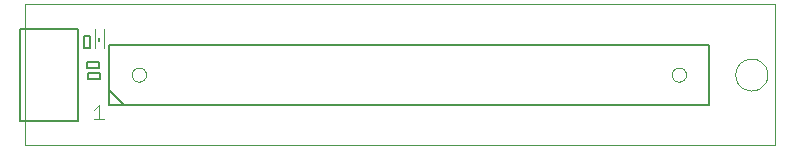
<source format=gto>
G75*
%MOIN*%
%OFA0B0*%
%FSLAX24Y24*%
%IPPOS*%
%LPD*%
%AMOC8*
5,1,8,0,0,1.08239X$1,22.5*
%
%ADD10C,0.0000*%
%ADD11C,0.0050*%
%ADD12C,0.0028*%
%ADD13R,0.0079X0.0157*%
%ADD14C,0.0040*%
D10*
X000528Y013628D02*
X025528Y013628D01*
X025528Y018352D01*
X000528Y018352D01*
X000528Y013628D01*
X004087Y015990D02*
X004089Y016020D01*
X004095Y016050D01*
X004104Y016079D01*
X004117Y016106D01*
X004134Y016131D01*
X004153Y016154D01*
X004176Y016175D01*
X004201Y016192D01*
X004227Y016206D01*
X004256Y016216D01*
X004285Y016223D01*
X004315Y016226D01*
X004346Y016225D01*
X004376Y016220D01*
X004405Y016211D01*
X004432Y016199D01*
X004458Y016184D01*
X004482Y016165D01*
X004503Y016143D01*
X004521Y016119D01*
X004536Y016092D01*
X004547Y016064D01*
X004555Y016035D01*
X004559Y016005D01*
X004559Y015975D01*
X004555Y015945D01*
X004547Y015916D01*
X004536Y015888D01*
X004521Y015861D01*
X004503Y015837D01*
X004482Y015815D01*
X004458Y015796D01*
X004432Y015781D01*
X004405Y015769D01*
X004376Y015760D01*
X004346Y015755D01*
X004315Y015754D01*
X004285Y015757D01*
X004256Y015764D01*
X004227Y015774D01*
X004201Y015788D01*
X004176Y015805D01*
X004153Y015826D01*
X004134Y015849D01*
X004117Y015874D01*
X004104Y015901D01*
X004095Y015930D01*
X004089Y015960D01*
X004087Y015990D01*
X022087Y015990D02*
X022089Y016020D01*
X022095Y016050D01*
X022104Y016079D01*
X022117Y016106D01*
X022134Y016131D01*
X022153Y016154D01*
X022176Y016175D01*
X022201Y016192D01*
X022227Y016206D01*
X022256Y016216D01*
X022285Y016223D01*
X022315Y016226D01*
X022346Y016225D01*
X022376Y016220D01*
X022405Y016211D01*
X022432Y016199D01*
X022458Y016184D01*
X022482Y016165D01*
X022503Y016143D01*
X022521Y016119D01*
X022536Y016092D01*
X022547Y016064D01*
X022555Y016035D01*
X022559Y016005D01*
X022559Y015975D01*
X022555Y015945D01*
X022547Y015916D01*
X022536Y015888D01*
X022521Y015861D01*
X022503Y015837D01*
X022482Y015815D01*
X022458Y015796D01*
X022432Y015781D01*
X022405Y015769D01*
X022376Y015760D01*
X022346Y015755D01*
X022315Y015754D01*
X022285Y015757D01*
X022256Y015764D01*
X022227Y015774D01*
X022201Y015788D01*
X022176Y015805D01*
X022153Y015826D01*
X022134Y015849D01*
X022117Y015874D01*
X022104Y015901D01*
X022095Y015930D01*
X022089Y015960D01*
X022087Y015990D01*
X024210Y015990D02*
X024212Y016036D01*
X024218Y016081D01*
X024228Y016126D01*
X024241Y016169D01*
X024258Y016212D01*
X024279Y016252D01*
X024303Y016291D01*
X024331Y016327D01*
X024362Y016361D01*
X024395Y016393D01*
X024431Y016421D01*
X024469Y016446D01*
X024509Y016468D01*
X024551Y016486D01*
X024594Y016500D01*
X024639Y016511D01*
X024684Y016518D01*
X024730Y016521D01*
X024775Y016520D01*
X024821Y016515D01*
X024866Y016506D01*
X024909Y016494D01*
X024952Y016477D01*
X024993Y016457D01*
X025032Y016434D01*
X025070Y016407D01*
X025104Y016377D01*
X025136Y016345D01*
X025165Y016309D01*
X025191Y016272D01*
X025214Y016232D01*
X025233Y016191D01*
X025248Y016148D01*
X025260Y016103D01*
X025268Y016058D01*
X025272Y016013D01*
X025272Y015967D01*
X025268Y015922D01*
X025260Y015877D01*
X025248Y015832D01*
X025233Y015789D01*
X025214Y015748D01*
X025191Y015708D01*
X025165Y015671D01*
X025136Y015635D01*
X025104Y015603D01*
X025070Y015573D01*
X025032Y015546D01*
X024993Y015523D01*
X024952Y015503D01*
X024909Y015486D01*
X024866Y015474D01*
X024821Y015465D01*
X024775Y015460D01*
X024730Y015459D01*
X024684Y015462D01*
X024639Y015469D01*
X024594Y015480D01*
X024551Y015494D01*
X024509Y015512D01*
X024469Y015534D01*
X024431Y015559D01*
X024395Y015587D01*
X024362Y015619D01*
X024331Y015653D01*
X024303Y015689D01*
X024279Y015728D01*
X024258Y015768D01*
X024241Y015811D01*
X024228Y015854D01*
X024218Y015899D01*
X024212Y015944D01*
X024210Y015990D01*
D11*
X023323Y014990D02*
X023323Y016990D01*
X003323Y016990D01*
X003323Y015490D01*
X003823Y014990D01*
X003323Y014990D01*
X003323Y015490D01*
X003020Y015832D02*
X002627Y015832D01*
X002627Y016029D01*
X003020Y016029D01*
X003020Y015832D01*
X003003Y016204D02*
X002609Y016204D01*
X002609Y016401D01*
X003003Y016401D01*
X003003Y016204D01*
X002682Y016873D02*
X002485Y016873D01*
X002485Y017267D01*
X002682Y017267D01*
X002682Y016873D01*
X002280Y017526D02*
X000351Y017526D01*
X000351Y014455D01*
X002280Y014455D01*
X002280Y017526D01*
X003823Y014990D02*
X023323Y014990D01*
D12*
X003161Y016875D02*
X003161Y017505D01*
X002846Y017505D02*
X002846Y016875D01*
D13*
X003003Y017151D03*
D14*
X002997Y014971D02*
X002997Y014510D01*
X003150Y014510D02*
X002843Y014510D01*
X002843Y014817D02*
X002997Y014971D01*
M02*

</source>
